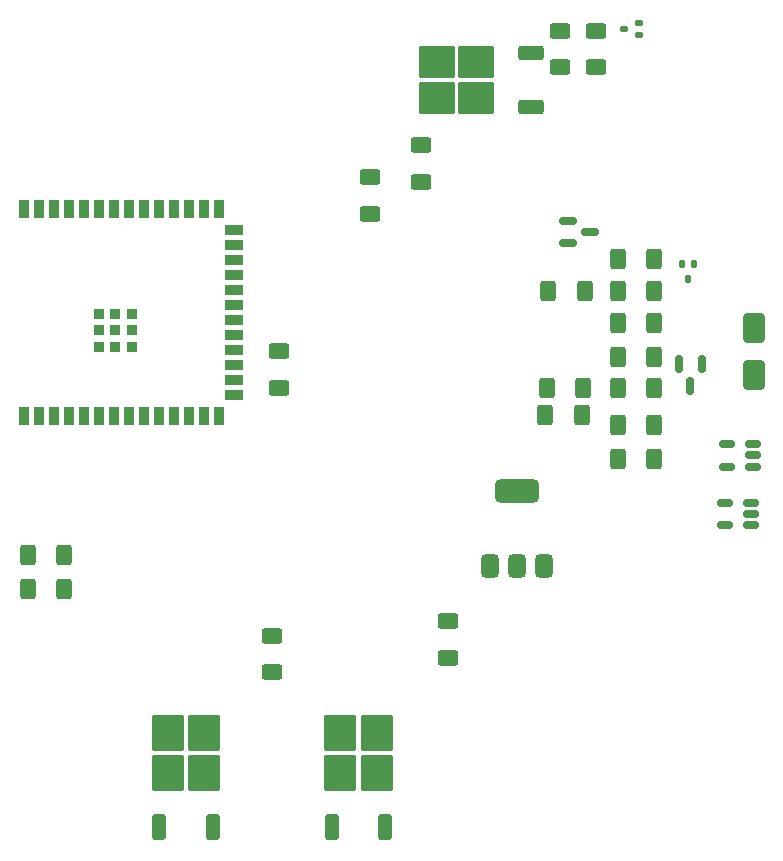
<source format=gbr>
%TF.GenerationSoftware,KiCad,Pcbnew,8.0.6*%
%TF.CreationDate,2025-05-10T04:30:44+07:00*%
%TF.ProjectId,FCU32 2 LAYER,46435533-3220-4322-904c-415945522e6b,rev?*%
%TF.SameCoordinates,Original*%
%TF.FileFunction,Paste,Top*%
%TF.FilePolarity,Positive*%
%FSLAX46Y46*%
G04 Gerber Fmt 4.6, Leading zero omitted, Abs format (unit mm)*
G04 Created by KiCad (PCBNEW 8.0.6) date 2025-05-10 04:30:44*
%MOMM*%
%LPD*%
G01*
G04 APERTURE LIST*
G04 Aperture macros list*
%AMRoundRect*
0 Rectangle with rounded corners*
0 $1 Rounding radius*
0 $2 $3 $4 $5 $6 $7 $8 $9 X,Y pos of 4 corners*
0 Add a 4 corners polygon primitive as box body*
4,1,4,$2,$3,$4,$5,$6,$7,$8,$9,$2,$3,0*
0 Add four circle primitives for the rounded corners*
1,1,$1+$1,$2,$3*
1,1,$1+$1,$4,$5*
1,1,$1+$1,$6,$7*
1,1,$1+$1,$8,$9*
0 Add four rect primitives between the rounded corners*
20,1,$1+$1,$2,$3,$4,$5,0*
20,1,$1+$1,$4,$5,$6,$7,0*
20,1,$1+$1,$6,$7,$8,$9,0*
20,1,$1+$1,$8,$9,$2,$3,0*%
G04 Aperture macros list end*
%ADD10RoundRect,0.250000X-0.400000X-0.625000X0.400000X-0.625000X0.400000X0.625000X-0.400000X0.625000X0*%
%ADD11RoundRect,0.150000X0.512500X0.150000X-0.512500X0.150000X-0.512500X-0.150000X0.512500X-0.150000X0*%
%ADD12RoundRect,0.375000X0.375000X-0.625000X0.375000X0.625000X-0.375000X0.625000X-0.375000X-0.625000X0*%
%ADD13RoundRect,0.500000X1.400000X-0.500000X1.400000X0.500000X-1.400000X0.500000X-1.400000X-0.500000X0*%
%ADD14RoundRect,0.250000X0.400000X0.625000X-0.400000X0.625000X-0.400000X-0.625000X0.400000X-0.625000X0*%
%ADD15RoundRect,0.250000X0.625000X-0.400000X0.625000X0.400000X-0.625000X0.400000X-0.625000X-0.400000X0*%
%ADD16RoundRect,0.250000X-0.625000X0.400000X-0.625000X-0.400000X0.625000X-0.400000X0.625000X0.400000X0*%
%ADD17RoundRect,0.125000X0.175000X0.125000X-0.175000X0.125000X-0.175000X-0.125000X0.175000X-0.125000X0*%
%ADD18RoundRect,0.250000X0.850000X0.350000X-0.850000X0.350000X-0.850000X-0.350000X0.850000X-0.350000X0*%
%ADD19RoundRect,0.250000X1.275000X1.125000X-1.275000X1.125000X-1.275000X-1.125000X1.275000X-1.125000X0*%
%ADD20RoundRect,0.125000X-0.125000X0.175000X-0.125000X-0.175000X0.125000X-0.175000X0.125000X0.175000X0*%
%ADD21RoundRect,0.250000X0.350000X-0.850000X0.350000X0.850000X-0.350000X0.850000X-0.350000X-0.850000X0*%
%ADD22RoundRect,0.250000X1.125000X-1.275000X1.125000X1.275000X-1.125000X1.275000X-1.125000X-1.275000X0*%
%ADD23RoundRect,0.150000X-0.150000X0.587500X-0.150000X-0.587500X0.150000X-0.587500X0.150000X0.587500X0*%
%ADD24RoundRect,0.150000X-0.587500X-0.150000X0.587500X-0.150000X0.587500X0.150000X-0.587500X0.150000X0*%
%ADD25RoundRect,0.250000X0.650000X-1.000000X0.650000X1.000000X-0.650000X1.000000X-0.650000X-1.000000X0*%
%ADD26R,0.900000X0.900000*%
%ADD27R,0.900000X1.500000*%
%ADD28R,1.500000X0.900000*%
G04 APERTURE END LIST*
D10*
%TO.C,R10*%
X21082000Y-67214000D03*
X24182000Y-67214000D03*
%TD*%
%TO.C,R11*%
X21082000Y-70104000D03*
X24182000Y-70104000D03*
%TD*%
D11*
%TO.C,U11*%
X82537500Y-59749999D03*
X82537500Y-58800000D03*
X82537500Y-57850001D03*
X80262500Y-57850001D03*
X80262500Y-59749999D03*
%TD*%
D12*
%TO.C,U4*%
X60200000Y-68150000D03*
X62500000Y-68149999D03*
D13*
X62500000Y-61850001D03*
D12*
X64800000Y-68150000D03*
%TD*%
D10*
%TO.C,R24*%
X64900000Y-55400000D03*
X68000000Y-55400000D03*
%TD*%
D14*
%TO.C,R22*%
X74150001Y-56200000D03*
X71049999Y-56200000D03*
%TD*%
D10*
%TO.C,R20*%
X71049999Y-44900000D03*
X74150001Y-44900000D03*
%TD*%
D15*
%TO.C,R18*%
X41800000Y-74049999D03*
X41800000Y-77150001D03*
%TD*%
D10*
%TO.C,R17*%
X71049999Y-50500000D03*
X74150001Y-50500000D03*
%TD*%
D14*
%TO.C,R15*%
X74150001Y-47600000D03*
X71049999Y-47600000D03*
%TD*%
D15*
%TO.C,R14*%
X54400000Y-35650001D03*
X54400000Y-32549999D03*
%TD*%
%TO.C,R12*%
X50100000Y-38350001D03*
X50100000Y-35249999D03*
%TD*%
D16*
%TO.C,R9*%
X66200000Y-22849999D03*
X66200000Y-25950001D03*
%TD*%
D15*
%TO.C,R6*%
X42400000Y-53050001D03*
X42400000Y-49949999D03*
%TD*%
%TO.C,R5*%
X56700000Y-75950001D03*
X56700000Y-72849999D03*
%TD*%
D10*
%TO.C,R4*%
X65050000Y-53100000D03*
X68150000Y-53100000D03*
%TD*%
%TO.C,R3*%
X71049999Y-42200000D03*
X74150001Y-42200000D03*
%TD*%
%TO.C,R2*%
X71049999Y-53100000D03*
X74150001Y-53100000D03*
%TD*%
D16*
%TO.C,R1*%
X69200000Y-22849999D03*
X69200000Y-25950001D03*
%TD*%
D17*
%TO.C,Q8*%
X72850000Y-23200000D03*
X72850000Y-22200000D03*
X71550001Y-22700000D03*
%TD*%
D18*
%TO.C,Q7*%
X63700000Y-29300000D03*
D19*
X59075000Y-28545000D03*
X59075000Y-25495000D03*
X55725000Y-28545000D03*
X55725000Y-25495000D03*
D18*
X63700000Y-24740000D03*
%TD*%
D20*
%TO.C,Q6*%
X77500000Y-42550000D03*
X76500000Y-42550000D03*
X77000000Y-43849999D03*
%TD*%
D21*
%TO.C,Q4*%
X36760000Y-90300000D03*
D22*
X36005000Y-82325000D03*
X32955000Y-82325000D03*
X36005000Y-85675000D03*
X32955000Y-85675000D03*
D21*
X32200000Y-90300000D03*
%TD*%
D23*
%TO.C,Q3*%
X78150000Y-51024999D03*
X76250000Y-51024999D03*
X77200000Y-52900000D03*
%TD*%
D24*
%TO.C,Q2*%
X68675002Y-39900000D03*
X66800001Y-40850000D03*
X66800001Y-38950000D03*
%TD*%
D21*
%TO.C,Q1*%
X46822500Y-90300000D03*
D22*
X47577500Y-85675000D03*
X50627500Y-85675000D03*
X47577500Y-82325000D03*
X50627500Y-82325000D03*
D21*
X51382500Y-90300000D03*
%TD*%
D25*
%TO.C,D3*%
X82600000Y-52000001D03*
X82600000Y-47999999D03*
%TD*%
D26*
%TO.C,U12*%
X27100000Y-49600000D03*
X28500000Y-49600000D03*
X29900000Y-49600000D03*
X27100000Y-48200000D03*
X28500000Y-48200000D03*
X29900000Y-48200000D03*
X27100000Y-46800000D03*
X28500000Y-46800000D03*
X29900000Y-46800000D03*
D27*
X20780000Y-55450000D03*
X22050000Y-55450000D03*
X23320000Y-55450000D03*
X24590000Y-55450000D03*
X25860000Y-55450000D03*
X27130000Y-55450000D03*
X28400000Y-55450000D03*
X29670000Y-55450000D03*
X30940000Y-55450000D03*
X32210000Y-55450000D03*
X33480000Y-55450000D03*
X34750000Y-55450000D03*
X36020000Y-55450000D03*
X37290000Y-55450000D03*
D28*
X38540000Y-53685000D03*
X38540000Y-52415000D03*
X38540000Y-51145000D03*
X38540000Y-49875000D03*
X38540000Y-48605000D03*
X38540000Y-47335000D03*
X38540000Y-46065000D03*
X38540000Y-44795000D03*
X38540000Y-43525000D03*
X38540000Y-42255000D03*
X38540000Y-40985000D03*
X38540000Y-39715000D03*
D27*
X37290000Y-37950000D03*
X36020000Y-37950000D03*
X34750000Y-37950000D03*
X33480000Y-37950000D03*
X32210000Y-37950000D03*
X30940000Y-37950000D03*
X29670000Y-37950000D03*
X28400000Y-37950000D03*
X27130000Y-37950000D03*
X25860000Y-37950000D03*
X24590000Y-37950000D03*
X23320000Y-37950000D03*
X22050000Y-37950000D03*
X20780000Y-37950000D03*
%TD*%
D14*
%TO.C,R23*%
X74150001Y-59100000D03*
X71049999Y-59100000D03*
%TD*%
D11*
%TO.C,U10*%
X82375000Y-64699999D03*
X82375000Y-63750000D03*
X82375000Y-62800001D03*
X80100000Y-62800001D03*
X80100000Y-64699999D03*
%TD*%
D14*
%TO.C,R21*%
X65149999Y-44890000D03*
X68250001Y-44890000D03*
%TD*%
M02*

</source>
